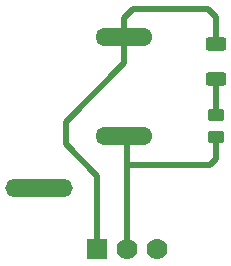
<source format=gbr>
%TF.GenerationSoftware,KiCad,Pcbnew,7.0.10-7.0.10~ubuntu22.04.1*%
%TF.CreationDate,2024-01-21T09:39:32-08:00*%
%TF.ProjectId,potentiometer_adapter,706f7465-6e74-4696-9f6d-657465725f61,rev?*%
%TF.SameCoordinates,Original*%
%TF.FileFunction,Copper,L2,Bot*%
%TF.FilePolarity,Positive*%
%FSLAX46Y46*%
G04 Gerber Fmt 4.6, Leading zero omitted, Abs format (unit mm)*
G04 Created by KiCad (PCBNEW 7.0.10-7.0.10~ubuntu22.04.1) date 2024-01-21 09:39:32*
%MOMM*%
%LPD*%
G01*
G04 APERTURE LIST*
G04 Aperture macros list*
%AMRoundRect*
0 Rectangle with rounded corners*
0 $1 Rounding radius*
0 $2 $3 $4 $5 $6 $7 $8 $9 X,Y pos of 4 corners*
0 Add a 4 corners polygon primitive as box body*
4,1,4,$2,$3,$4,$5,$6,$7,$8,$9,$2,$3,0*
0 Add four circle primitives for the rounded corners*
1,1,$1+$1,$2,$3*
1,1,$1+$1,$4,$5*
1,1,$1+$1,$6,$7*
1,1,$1+$1,$8,$9*
0 Add four rect primitives between the rounded corners*
20,1,$1+$1,$2,$3,$4,$5,0*
20,1,$1+$1,$4,$5,$6,$7,0*
20,1,$1+$1,$6,$7,$8,$9,0*
20,1,$1+$1,$8,$9,$2,$3,0*%
G04 Aperture macros list end*
%TA.AperFunction,ComponentPad*%
%ADD10R,1.778000X1.778000*%
%TD*%
%TA.AperFunction,ComponentPad*%
%ADD11C,1.778000*%
%TD*%
%TA.AperFunction,ComponentPad*%
%ADD12O,4.826000X1.524000*%
%TD*%
%TA.AperFunction,ComponentPad*%
%ADD13O,5.715000X1.524000*%
%TD*%
%TA.AperFunction,SMDPad,CuDef*%
%ADD14RoundRect,0.250000X0.450000X-0.262500X0.450000X0.262500X-0.450000X0.262500X-0.450000X-0.262500X0*%
%TD*%
%TA.AperFunction,SMDPad,CuDef*%
%ADD15RoundRect,0.250000X-0.625000X0.312500X-0.625000X-0.312500X0.625000X-0.312500X0.625000X0.312500X0*%
%TD*%
%TA.AperFunction,Conductor*%
%ADD16C,0.508000*%
%TD*%
G04 APERTURE END LIST*
D10*
%TO.P,J1,1,Pin_1*%
%TO.N,/GND*%
X112522000Y-93980000D03*
D11*
%TO.P,J1,2,Pin_2*%
%TO.N,/5V0*%
X115062000Y-93980000D03*
%TO.P,J1,3,Pin_3*%
%TO.N,/AIN*%
X117602000Y-93980000D03*
%TD*%
D12*
%TO.P,RV1,1,1*%
%TO.N,/5V0*%
X114808000Y-84378800D03*
D13*
%TO.P,RV1,2,2*%
%TO.N,/AIN*%
X107632500Y-88770460D03*
D12*
%TO.P,RV1,3,3*%
%TO.N,/GND*%
X114808000Y-76050140D03*
%TD*%
D14*
%TO.P,R1,1*%
%TO.N,/5V0*%
X122555000Y-84455000D03*
%TO.P,R1,2*%
%TO.N,Net-(D1-Pad2)*%
X122555000Y-82630000D03*
%TD*%
D15*
%TO.P,D1,1,K*%
%TO.N,/GND*%
X122555000Y-76642500D03*
%TO.P,D1,2,A*%
%TO.N,Net-(D1-Pad2)*%
X122555000Y-79567500D03*
%TD*%
D16*
%TO.N,/GND*%
X114808000Y-78232000D02*
X114808000Y-74422000D01*
X109855000Y-85090000D02*
X109855000Y-83185000D01*
X112522000Y-87757000D02*
X109855000Y-85090000D01*
X114808000Y-74422000D02*
X115570000Y-73660000D01*
X122555000Y-74295000D02*
X122555000Y-76642500D01*
X112522000Y-93980000D02*
X112522000Y-87757000D01*
X121920000Y-73660000D02*
X122555000Y-74295000D01*
X109855000Y-83185000D02*
X114808000Y-78232000D01*
X115570000Y-73660000D02*
X121920000Y-73660000D01*
%TO.N,Net-(D1-Pad2)*%
X122555000Y-79567500D02*
X122555000Y-82630000D01*
%TO.N,/5V0*%
X115062000Y-86868000D02*
X115062000Y-84632800D01*
X122555000Y-84455000D02*
X122555000Y-86360000D01*
X122555000Y-86360000D02*
X122047000Y-86868000D01*
X122047000Y-86868000D02*
X115062000Y-86868000D01*
X115062000Y-84632800D02*
X114808000Y-84378800D01*
X115062000Y-93980000D02*
X115062000Y-86868000D01*
%TD*%
M02*

</source>
